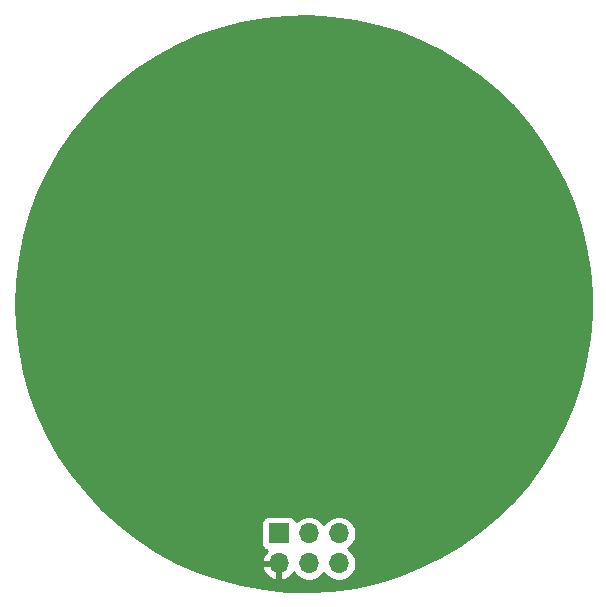
<source format=gbr>
%TF.GenerationSoftware,KiCad,Pcbnew,5.1.10-88a1d61d58~90~ubuntu20.04.1*%
%TF.CreationDate,2021-10-01T06:26:35-07:00*%
%TF.ProjectId,Moon_Addon,4d6f6f6e-5f41-4646-946f-6e2e6b696361,rev?*%
%TF.SameCoordinates,Original*%
%TF.FileFunction,Copper,L1,Top*%
%TF.FilePolarity,Positive*%
%FSLAX45Y45*%
G04 Gerber Fmt 4.5, Leading zero omitted, Abs format (unit mm)*
G04 Created by KiCad (PCBNEW 5.1.10-88a1d61d58~90~ubuntu20.04.1) date 2021-10-01 06:26:35*
%MOMM*%
%LPD*%
G01*
G04 APERTURE LIST*
%TA.AperFunction,ComponentPad*%
%ADD10O,1.700000X1.700000*%
%TD*%
%TA.AperFunction,ComponentPad*%
%ADD11R,1.700000X1.700000*%
%TD*%
%TA.AperFunction,Conductor*%
%ADD12C,0.254000*%
%TD*%
%TA.AperFunction,Conductor*%
%ADD13C,0.100000*%
%TD*%
G04 APERTURE END LIST*
D10*
%TO.P,J1,6*%
%TO.N,Net-(J1-Pad6)*%
X10300000Y-12200000D03*
%TO.P,J1,5*%
%TO.N,/GPIO1*%
X10300000Y-11946000D03*
%TO.P,J1,4*%
%TO.N,Net-(J1-Pad4)*%
X10046000Y-12200000D03*
%TO.P,J1,3*%
%TO.N,Net-(J1-Pad3)*%
X10046000Y-11946000D03*
%TO.P,J1,2*%
%TO.N,GND*%
X9792000Y-12200000D03*
D11*
%TO.P,J1,1*%
%TO.N,+3V3*%
X9792000Y-11946000D03*
%TD*%
D12*
%TO.N,GND*%
X10241584Y-7578019D02*
X10433247Y-7604869D01*
X10622171Y-7646862D01*
X10807161Y-7703732D01*
X10987049Y-7775120D01*
X11160696Y-7860574D01*
X11327004Y-7959555D01*
X11484923Y-8071436D01*
X11633454Y-8195510D01*
X11771657Y-8330992D01*
X11898659Y-8477027D01*
X12013658Y-8632690D01*
X12115925Y-8796998D01*
X12204815Y-8968911D01*
X12279766Y-9147343D01*
X12340303Y-9331167D01*
X12386044Y-9519218D01*
X12416699Y-9710310D01*
X12432076Y-9903233D01*
X12432076Y-10096767D01*
X12416699Y-10289690D01*
X12386044Y-10480782D01*
X12340303Y-10668833D01*
X12279766Y-10852657D01*
X12204815Y-11031089D01*
X12115925Y-11203002D01*
X12013658Y-11367310D01*
X11898659Y-11522973D01*
X11771657Y-11669008D01*
X11633454Y-11804490D01*
X11484923Y-11928564D01*
X11327004Y-12040445D01*
X11160696Y-12139426D01*
X10987049Y-12224880D01*
X10807161Y-12296268D01*
X10622171Y-12353138D01*
X10433247Y-12395131D01*
X10241584Y-12421981D01*
X10048393Y-12433519D01*
X9854897Y-12429671D01*
X9662318Y-12410462D01*
X9471874Y-12376013D01*
X9284768Y-12326542D01*
X9102185Y-12262363D01*
X9042061Y-12235689D01*
X9647852Y-12235689D01*
X9657584Y-12263125D01*
X9672482Y-12288135D01*
X9691973Y-12309759D01*
X9715308Y-12327164D01*
X9741590Y-12339682D01*
X9756311Y-12344148D01*
X9779300Y-12332015D01*
X9779300Y-12212700D01*
X9659919Y-12212700D01*
X9647852Y-12235689D01*
X9042061Y-12235689D01*
X8925278Y-12183879D01*
X8755166Y-12091589D01*
X8592924Y-11986075D01*
X8439578Y-11868004D01*
X8431841Y-11861000D01*
X9643193Y-11861000D01*
X9643193Y-12031000D01*
X9644419Y-12043448D01*
X9648050Y-12055418D01*
X9653946Y-12066449D01*
X9661882Y-12076118D01*
X9671551Y-12084054D01*
X9682582Y-12089950D01*
X9690163Y-12092250D01*
X9672482Y-12111864D01*
X9657584Y-12136875D01*
X9647852Y-12164311D01*
X9659919Y-12187300D01*
X9779300Y-12187300D01*
X9779300Y-12185300D01*
X9804700Y-12185300D01*
X9804700Y-12187300D01*
X9806700Y-12187300D01*
X9806700Y-12212700D01*
X9804700Y-12212700D01*
X9804700Y-12332015D01*
X9827689Y-12344148D01*
X9842410Y-12339682D01*
X9868692Y-12327164D01*
X9892027Y-12309759D01*
X9911518Y-12288135D01*
X9918481Y-12276447D01*
X9930653Y-12294663D01*
X9951337Y-12315347D01*
X9975659Y-12331599D01*
X10002684Y-12342793D01*
X10031374Y-12348500D01*
X10060626Y-12348500D01*
X10089316Y-12342793D01*
X10116341Y-12331599D01*
X10140663Y-12315347D01*
X10161348Y-12294663D01*
X10173000Y-12277224D01*
X10184653Y-12294663D01*
X10205337Y-12315347D01*
X10229659Y-12331599D01*
X10256684Y-12342793D01*
X10285374Y-12348500D01*
X10314626Y-12348500D01*
X10343316Y-12342793D01*
X10370341Y-12331599D01*
X10394663Y-12315347D01*
X10415348Y-12294663D01*
X10431599Y-12270341D01*
X10442793Y-12243316D01*
X10448500Y-12214626D01*
X10448500Y-12185374D01*
X10442793Y-12156684D01*
X10431599Y-12129659D01*
X10415348Y-12105337D01*
X10394663Y-12084652D01*
X10377224Y-12073000D01*
X10394663Y-12061347D01*
X10415348Y-12040663D01*
X10431599Y-12016341D01*
X10442793Y-11989316D01*
X10448500Y-11960626D01*
X10448500Y-11931374D01*
X10442793Y-11902684D01*
X10431599Y-11875659D01*
X10415348Y-11851337D01*
X10394663Y-11830652D01*
X10370341Y-11814401D01*
X10343316Y-11803207D01*
X10314626Y-11797500D01*
X10285374Y-11797500D01*
X10256684Y-11803207D01*
X10229659Y-11814401D01*
X10205337Y-11830652D01*
X10184653Y-11851337D01*
X10173000Y-11868776D01*
X10161348Y-11851337D01*
X10140663Y-11830652D01*
X10116341Y-11814401D01*
X10089316Y-11803207D01*
X10060626Y-11797500D01*
X10031374Y-11797500D01*
X10002684Y-11803207D01*
X9975659Y-11814401D01*
X9951337Y-11830652D01*
X9938151Y-11843838D01*
X9935950Y-11836582D01*
X9930054Y-11825551D01*
X9922119Y-11815881D01*
X9912449Y-11807946D01*
X9901418Y-11802050D01*
X9889448Y-11798419D01*
X9877000Y-11797193D01*
X9707000Y-11797193D01*
X9694552Y-11798419D01*
X9682582Y-11802050D01*
X9671551Y-11807946D01*
X9661882Y-11815881D01*
X9653946Y-11825551D01*
X9648050Y-11836582D01*
X9644419Y-11848552D01*
X9643193Y-11861000D01*
X8431841Y-11861000D01*
X8296098Y-11738123D01*
X8163390Y-11597253D01*
X8042293Y-11446285D01*
X7933574Y-11286173D01*
X7837920Y-11117930D01*
X7755935Y-10942618D01*
X7688138Y-10761347D01*
X7634957Y-10575262D01*
X7596728Y-10385541D01*
X7573694Y-10193382D01*
X7566000Y-10000000D01*
X7573694Y-9806618D01*
X7596728Y-9614459D01*
X7634957Y-9424738D01*
X7688138Y-9238653D01*
X7755935Y-9057382D01*
X7837920Y-8882070D01*
X7933574Y-8713827D01*
X8042293Y-8553715D01*
X8163390Y-8402747D01*
X8296098Y-8261877D01*
X8439578Y-8131996D01*
X8592924Y-8013925D01*
X8755166Y-7908411D01*
X8925278Y-7816121D01*
X9102185Y-7737637D01*
X9284768Y-7673457D01*
X9471874Y-7623987D01*
X9662318Y-7589538D01*
X9854897Y-7570329D01*
X10048393Y-7566481D01*
X10241584Y-7578019D01*
%TA.AperFunction,Conductor*%
D13*
G36*
X10241584Y-7578019D02*
G01*
X10433247Y-7604869D01*
X10622171Y-7646862D01*
X10807161Y-7703732D01*
X10987049Y-7775120D01*
X11160696Y-7860574D01*
X11327004Y-7959555D01*
X11484923Y-8071436D01*
X11633454Y-8195510D01*
X11771657Y-8330992D01*
X11898659Y-8477027D01*
X12013658Y-8632690D01*
X12115925Y-8796998D01*
X12204815Y-8968911D01*
X12279766Y-9147343D01*
X12340303Y-9331167D01*
X12386044Y-9519218D01*
X12416699Y-9710310D01*
X12432076Y-9903233D01*
X12432076Y-10096767D01*
X12416699Y-10289690D01*
X12386044Y-10480782D01*
X12340303Y-10668833D01*
X12279766Y-10852657D01*
X12204815Y-11031089D01*
X12115925Y-11203002D01*
X12013658Y-11367310D01*
X11898659Y-11522973D01*
X11771657Y-11669008D01*
X11633454Y-11804490D01*
X11484923Y-11928564D01*
X11327004Y-12040445D01*
X11160696Y-12139426D01*
X10987049Y-12224880D01*
X10807161Y-12296268D01*
X10622171Y-12353138D01*
X10433247Y-12395131D01*
X10241584Y-12421981D01*
X10048393Y-12433519D01*
X9854897Y-12429671D01*
X9662318Y-12410462D01*
X9471874Y-12376013D01*
X9284768Y-12326542D01*
X9102185Y-12262363D01*
X9042061Y-12235689D01*
X9647852Y-12235689D01*
X9657584Y-12263125D01*
X9672482Y-12288135D01*
X9691973Y-12309759D01*
X9715308Y-12327164D01*
X9741590Y-12339682D01*
X9756311Y-12344148D01*
X9779300Y-12332015D01*
X9779300Y-12212700D01*
X9659919Y-12212700D01*
X9647852Y-12235689D01*
X9042061Y-12235689D01*
X8925278Y-12183879D01*
X8755166Y-12091589D01*
X8592924Y-11986075D01*
X8439578Y-11868004D01*
X8431841Y-11861000D01*
X9643193Y-11861000D01*
X9643193Y-12031000D01*
X9644419Y-12043448D01*
X9648050Y-12055418D01*
X9653946Y-12066449D01*
X9661882Y-12076118D01*
X9671551Y-12084054D01*
X9682582Y-12089950D01*
X9690163Y-12092250D01*
X9672482Y-12111864D01*
X9657584Y-12136875D01*
X9647852Y-12164311D01*
X9659919Y-12187300D01*
X9779300Y-12187300D01*
X9779300Y-12185300D01*
X9804700Y-12185300D01*
X9804700Y-12187300D01*
X9806700Y-12187300D01*
X9806700Y-12212700D01*
X9804700Y-12212700D01*
X9804700Y-12332015D01*
X9827689Y-12344148D01*
X9842410Y-12339682D01*
X9868692Y-12327164D01*
X9892027Y-12309759D01*
X9911518Y-12288135D01*
X9918481Y-12276447D01*
X9930653Y-12294663D01*
X9951337Y-12315347D01*
X9975659Y-12331599D01*
X10002684Y-12342793D01*
X10031374Y-12348500D01*
X10060626Y-12348500D01*
X10089316Y-12342793D01*
X10116341Y-12331599D01*
X10140663Y-12315347D01*
X10161348Y-12294663D01*
X10173000Y-12277224D01*
X10184653Y-12294663D01*
X10205337Y-12315347D01*
X10229659Y-12331599D01*
X10256684Y-12342793D01*
X10285374Y-12348500D01*
X10314626Y-12348500D01*
X10343316Y-12342793D01*
X10370341Y-12331599D01*
X10394663Y-12315347D01*
X10415348Y-12294663D01*
X10431599Y-12270341D01*
X10442793Y-12243316D01*
X10448500Y-12214626D01*
X10448500Y-12185374D01*
X10442793Y-12156684D01*
X10431599Y-12129659D01*
X10415348Y-12105337D01*
X10394663Y-12084652D01*
X10377224Y-12073000D01*
X10394663Y-12061347D01*
X10415348Y-12040663D01*
X10431599Y-12016341D01*
X10442793Y-11989316D01*
X10448500Y-11960626D01*
X10448500Y-11931374D01*
X10442793Y-11902684D01*
X10431599Y-11875659D01*
X10415348Y-11851337D01*
X10394663Y-11830652D01*
X10370341Y-11814401D01*
X10343316Y-11803207D01*
X10314626Y-11797500D01*
X10285374Y-11797500D01*
X10256684Y-11803207D01*
X10229659Y-11814401D01*
X10205337Y-11830652D01*
X10184653Y-11851337D01*
X10173000Y-11868776D01*
X10161348Y-11851337D01*
X10140663Y-11830652D01*
X10116341Y-11814401D01*
X10089316Y-11803207D01*
X10060626Y-11797500D01*
X10031374Y-11797500D01*
X10002684Y-11803207D01*
X9975659Y-11814401D01*
X9951337Y-11830652D01*
X9938151Y-11843838D01*
X9935950Y-11836582D01*
X9930054Y-11825551D01*
X9922119Y-11815881D01*
X9912449Y-11807946D01*
X9901418Y-11802050D01*
X9889448Y-11798419D01*
X9877000Y-11797193D01*
X9707000Y-11797193D01*
X9694552Y-11798419D01*
X9682582Y-11802050D01*
X9671551Y-11807946D01*
X9661882Y-11815881D01*
X9653946Y-11825551D01*
X9648050Y-11836582D01*
X9644419Y-11848552D01*
X9643193Y-11861000D01*
X8431841Y-11861000D01*
X8296098Y-11738123D01*
X8163390Y-11597253D01*
X8042293Y-11446285D01*
X7933574Y-11286173D01*
X7837920Y-11117930D01*
X7755935Y-10942618D01*
X7688138Y-10761347D01*
X7634957Y-10575262D01*
X7596728Y-10385541D01*
X7573694Y-10193382D01*
X7566000Y-10000000D01*
X7573694Y-9806618D01*
X7596728Y-9614459D01*
X7634957Y-9424738D01*
X7688138Y-9238653D01*
X7755935Y-9057382D01*
X7837920Y-8882070D01*
X7933574Y-8713827D01*
X8042293Y-8553715D01*
X8163390Y-8402747D01*
X8296098Y-8261877D01*
X8439578Y-8131996D01*
X8592924Y-8013925D01*
X8755166Y-7908411D01*
X8925278Y-7816121D01*
X9102185Y-7737637D01*
X9284768Y-7673457D01*
X9471874Y-7623987D01*
X9662318Y-7589538D01*
X9854897Y-7570329D01*
X10048393Y-7566481D01*
X10241584Y-7578019D01*
G37*
%TD.AperFunction*%
%TD*%
M02*

</source>
